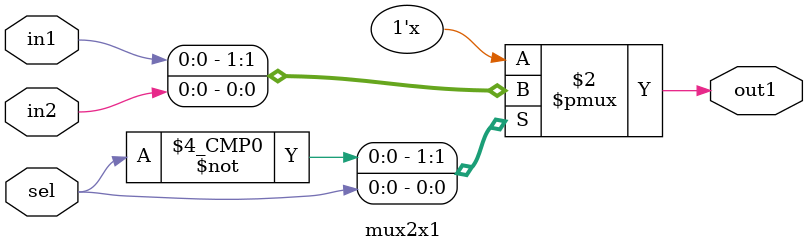
<source format=v>
module mux2x1 #(parameter SIZE = 1, WIDTH = 1)(

input [SIZE-1 : 0]  in1            ,
input [WIDTH-1 : 0]  in2            ,
input sel            ,

output reg [SIZE-1 : 0]     out1


);


always @(*) 
begin 
	case (sel)
	
		1'b0	:
			out1 <= in1 ;
		1'b1    :
			out1 <= in2 ;
		default :
			out1 <= 'bx ;
	endcase
	end 


endmodule
</source>
